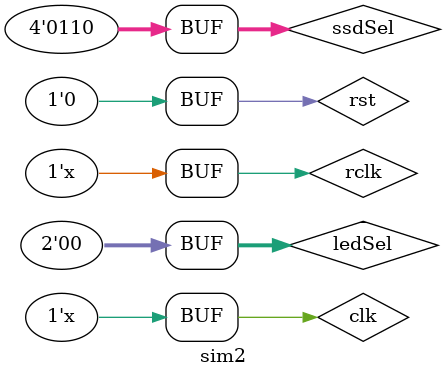
<source format=v>
`timescale 1ns / 1ps

module sim2();

	reg  rst;
	reg  clk, rclk;
	reg [1:0]ledSel;
	reg [3:0] ssdSel;
	wire [15:0] leds;
	wire [3:0] Anode;
	wire [6:0] LED_out;
	
    
Topmodule uut(rclk, clk, rst, ledSel,  ssdSel,leds, Anode, LED_out);

always #10 rclk = !rclk;
always #1 clk = !clk;
	initial begin
		// Input Initialization
		rst = 0;
		clk= 0;
		rclk = 0;
		{ssdSel, ledSel} = 0;
		#1;
		ledSel = 1;
		ssdSel = 6;
		rst = 1;
		#1;
		ledSel = 0;
		rst = 0;

		// Reset
		#100;
	end

endmodule

</source>
